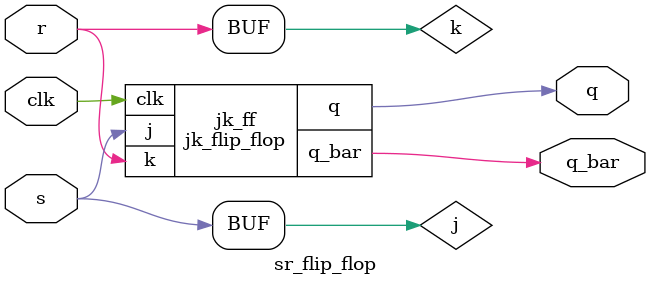
<source format=v>
module jk_flip_flop(input j, input k, input clk, output reg q, output wire q_bar);

    always @(posedge clk) begin
        if (j & ~k)
            q <= 1;
        else if (~j & k)
            q <= 0;
        else if (j & k)
            q <= ~q;
    end

    assign q_bar = ~q;

endmodule

module sr_flip_flop(input s, input r, input clk, output wire q, output wire q_bar);
    wire j, k;
    assign j = s;
    assign k = r;

    jk_flip_flop jk_ff (.j(j), .k(k), .clk(clk), .q(q), .q_bar(q_bar));

endmodule

</source>
